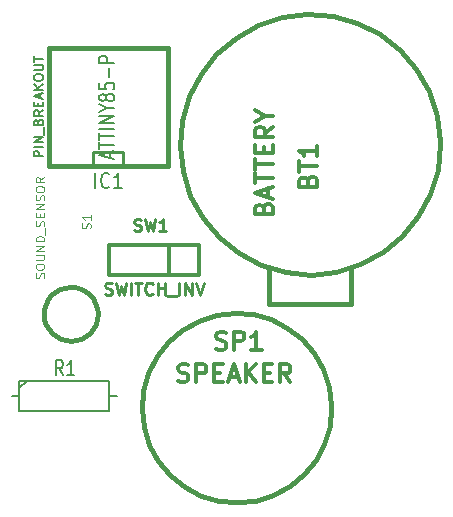
<source format=gto>
G04 (created by PCBNEW-RS274X (2012-apr-16-27)-stable) date Sun 23 Mar 2014 20:21:50 GMT*
G01*
G70*
G90*
%MOIN*%
G04 Gerber Fmt 3.4, Leading zero omitted, Abs format*
%FSLAX34Y34*%
G04 APERTURE LIST*
%ADD10C,0.006000*%
%ADD11C,0.015000*%
%ADD12C,0.005000*%
%ADD13C,0.010000*%
%ADD14C,0.012000*%
%ADD15C,0.008000*%
%ADD16C,0.004900*%
%ADD17C,0.007900*%
G04 APERTURE END LIST*
G54D10*
G54D11*
X61020Y-20595D02*
X61020Y-19395D01*
X61020Y-20595D02*
X63780Y-20595D01*
X63780Y-20595D02*
X63780Y-19395D01*
X66740Y-15275D02*
X66657Y-16117D01*
X66412Y-16928D01*
X66014Y-17676D01*
X65479Y-18333D01*
X64826Y-18873D01*
X64081Y-19275D01*
X63272Y-19526D01*
X62430Y-19614D01*
X61587Y-19538D01*
X60775Y-19298D01*
X60024Y-18906D01*
X59364Y-18375D01*
X58820Y-17726D01*
X58411Y-16984D01*
X58155Y-16177D01*
X58061Y-15335D01*
X58132Y-14492D01*
X58365Y-13678D01*
X58752Y-12924D01*
X59279Y-12261D01*
X59924Y-11712D01*
X60663Y-11298D01*
X61469Y-11037D01*
X62310Y-10936D01*
X63153Y-11001D01*
X63969Y-11229D01*
X64725Y-11611D01*
X65392Y-12133D01*
X65946Y-12774D01*
X66364Y-13510D01*
X66632Y-14314D01*
X66738Y-15154D01*
X66740Y-15275D01*
G54D12*
X52700Y-23400D02*
X52700Y-24150D01*
X52700Y-24150D02*
X55700Y-24150D01*
X55700Y-24150D02*
X55700Y-23150D01*
X55700Y-23150D02*
X52700Y-23150D01*
X52700Y-23150D02*
X52700Y-23400D01*
X52450Y-23650D02*
X52700Y-23650D01*
X55700Y-23650D02*
X55950Y-23650D01*
X52700Y-23400D02*
X52950Y-23150D01*
G54D11*
X57655Y-16005D02*
X53695Y-16005D01*
X53695Y-16005D02*
X53695Y-12045D01*
X53695Y-12045D02*
X57655Y-12045D01*
X57655Y-12045D02*
X57655Y-16005D01*
G54D13*
X55175Y-16025D02*
X55175Y-15525D01*
X55175Y-15525D02*
X56175Y-15525D01*
X56175Y-15525D02*
X56175Y-16025D01*
G54D14*
X58700Y-18625D02*
X58700Y-19625D01*
X58700Y-19625D02*
X55700Y-19625D01*
X55700Y-19625D02*
X55700Y-18625D01*
X55700Y-18625D02*
X58700Y-18625D01*
X57700Y-19625D02*
X57700Y-18625D01*
G54D11*
X63110Y-24050D02*
X63049Y-24663D01*
X62871Y-25254D01*
X62582Y-25798D01*
X62192Y-26276D01*
X61717Y-26669D01*
X61174Y-26963D01*
X60585Y-27145D01*
X59972Y-27209D01*
X59358Y-27154D01*
X58767Y-26979D01*
X58220Y-26694D01*
X57740Y-26307D01*
X57343Y-25835D01*
X57046Y-25294D01*
X56860Y-24707D01*
X56791Y-24094D01*
X56842Y-23480D01*
X57012Y-22887D01*
X57294Y-22339D01*
X57677Y-21855D01*
X58147Y-21456D01*
X58685Y-21155D01*
X59272Y-20964D01*
X59884Y-20891D01*
X60498Y-20939D01*
X61092Y-21104D01*
X61643Y-21382D01*
X62129Y-21762D01*
X62532Y-22229D01*
X62836Y-22765D01*
X63031Y-23350D01*
X63108Y-23962D01*
X63110Y-24050D01*
X55325Y-20925D02*
X55307Y-21099D01*
X55257Y-21267D01*
X55174Y-21423D01*
X55063Y-21559D01*
X54928Y-21671D01*
X54773Y-21754D01*
X54605Y-21806D01*
X54431Y-21824D01*
X54257Y-21809D01*
X54088Y-21759D01*
X53933Y-21678D01*
X53796Y-21568D01*
X53683Y-21433D01*
X53598Y-21279D01*
X53545Y-21112D01*
X53526Y-20937D01*
X53540Y-20763D01*
X53589Y-20594D01*
X53669Y-20438D01*
X53778Y-20300D01*
X53912Y-20186D01*
X54065Y-20101D01*
X54232Y-20046D01*
X54407Y-20026D01*
X54581Y-20039D01*
X54750Y-20086D01*
X54907Y-20166D01*
X55045Y-20274D01*
X55160Y-20407D01*
X55247Y-20559D01*
X55302Y-20726D01*
X55324Y-20900D01*
X55325Y-20925D01*
G54D14*
X62329Y-16496D02*
X62357Y-16410D01*
X62386Y-16382D01*
X62443Y-16353D01*
X62529Y-16353D01*
X62586Y-16382D01*
X62614Y-16410D01*
X62643Y-16468D01*
X62643Y-16696D01*
X62043Y-16696D01*
X62043Y-16496D01*
X62071Y-16439D01*
X62100Y-16410D01*
X62157Y-16382D01*
X62214Y-16382D01*
X62271Y-16410D01*
X62300Y-16439D01*
X62329Y-16496D01*
X62329Y-16696D01*
X62043Y-16182D02*
X62043Y-15839D01*
X62643Y-16010D02*
X62043Y-16010D01*
X62643Y-15325D02*
X62643Y-15668D01*
X62643Y-15496D02*
X62043Y-15496D01*
X62129Y-15553D01*
X62186Y-15611D01*
X62214Y-15668D01*
X60854Y-17399D02*
X60882Y-17313D01*
X60911Y-17285D01*
X60968Y-17256D01*
X61054Y-17256D01*
X61111Y-17285D01*
X61139Y-17313D01*
X61168Y-17371D01*
X61168Y-17599D01*
X60568Y-17599D01*
X60568Y-17399D01*
X60596Y-17342D01*
X60625Y-17313D01*
X60682Y-17285D01*
X60739Y-17285D01*
X60796Y-17313D01*
X60825Y-17342D01*
X60854Y-17399D01*
X60854Y-17599D01*
X60996Y-17028D02*
X60996Y-16742D01*
X61168Y-17085D02*
X60568Y-16885D01*
X61168Y-16685D01*
X60568Y-16571D02*
X60568Y-16228D01*
X61168Y-16399D02*
X60568Y-16399D01*
X60568Y-16114D02*
X60568Y-15771D01*
X61168Y-15942D02*
X60568Y-15942D01*
X60854Y-15571D02*
X60854Y-15371D01*
X61168Y-15285D02*
X61168Y-15571D01*
X60568Y-15571D01*
X60568Y-15285D01*
X61168Y-14685D02*
X60882Y-14885D01*
X61168Y-15028D02*
X60568Y-15028D01*
X60568Y-14800D01*
X60596Y-14742D01*
X60625Y-14714D01*
X60682Y-14685D01*
X60768Y-14685D01*
X60825Y-14714D01*
X60854Y-14742D01*
X60882Y-14800D01*
X60882Y-15028D01*
X60882Y-14314D02*
X61168Y-14314D01*
X60568Y-14514D02*
X60882Y-14314D01*
X60568Y-14114D01*
G54D10*
X54159Y-22977D02*
X54025Y-22739D01*
X53930Y-22977D02*
X53930Y-22477D01*
X54083Y-22477D01*
X54121Y-22501D01*
X54140Y-22525D01*
X54159Y-22573D01*
X54159Y-22644D01*
X54140Y-22692D01*
X54121Y-22715D01*
X54083Y-22739D01*
X53930Y-22739D01*
X54540Y-22977D02*
X54311Y-22977D01*
X54425Y-22977D02*
X54425Y-22477D01*
X54387Y-22549D01*
X54349Y-22596D01*
X54311Y-22620D01*
G54D15*
X55236Y-16727D02*
X55236Y-16227D01*
X55707Y-16680D02*
X55686Y-16704D01*
X55622Y-16727D01*
X55579Y-16727D01*
X55514Y-16704D01*
X55472Y-16656D01*
X55450Y-16608D01*
X55429Y-16513D01*
X55429Y-16442D01*
X55450Y-16346D01*
X55472Y-16299D01*
X55514Y-16251D01*
X55579Y-16227D01*
X55622Y-16227D01*
X55686Y-16251D01*
X55707Y-16275D01*
X56136Y-16727D02*
X55879Y-16727D01*
X56007Y-16727D02*
X56007Y-16227D01*
X55964Y-16299D01*
X55922Y-16346D01*
X55879Y-16370D01*
X55735Y-15730D02*
X55735Y-15539D01*
X55877Y-15768D02*
X55377Y-15635D01*
X55877Y-15501D01*
X55377Y-15425D02*
X55377Y-15196D01*
X55877Y-15311D02*
X55377Y-15311D01*
X55377Y-15120D02*
X55377Y-14891D01*
X55877Y-15006D02*
X55377Y-15006D01*
X55877Y-14758D02*
X55377Y-14758D01*
X55877Y-14568D02*
X55377Y-14568D01*
X55877Y-14339D01*
X55377Y-14339D01*
X55639Y-14073D02*
X55877Y-14073D01*
X55377Y-14206D02*
X55639Y-14073D01*
X55377Y-13939D01*
X55592Y-13749D02*
X55568Y-13787D01*
X55544Y-13806D01*
X55496Y-13825D01*
X55473Y-13825D01*
X55425Y-13806D01*
X55401Y-13787D01*
X55377Y-13749D01*
X55377Y-13672D01*
X55401Y-13634D01*
X55425Y-13615D01*
X55473Y-13596D01*
X55496Y-13596D01*
X55544Y-13615D01*
X55568Y-13634D01*
X55592Y-13672D01*
X55592Y-13749D01*
X55615Y-13787D01*
X55639Y-13806D01*
X55687Y-13825D01*
X55782Y-13825D01*
X55830Y-13806D01*
X55854Y-13787D01*
X55877Y-13749D01*
X55877Y-13672D01*
X55854Y-13634D01*
X55830Y-13615D01*
X55782Y-13596D01*
X55687Y-13596D01*
X55639Y-13615D01*
X55615Y-13634D01*
X55592Y-13672D01*
X55377Y-13234D02*
X55377Y-13425D01*
X55615Y-13444D01*
X55592Y-13425D01*
X55568Y-13387D01*
X55568Y-13291D01*
X55592Y-13253D01*
X55615Y-13234D01*
X55663Y-13215D01*
X55782Y-13215D01*
X55830Y-13234D01*
X55854Y-13253D01*
X55877Y-13291D01*
X55877Y-13387D01*
X55854Y-13425D01*
X55830Y-13444D01*
X55687Y-13044D02*
X55687Y-12739D01*
X55877Y-12549D02*
X55377Y-12549D01*
X55377Y-12396D01*
X55401Y-12358D01*
X55425Y-12339D01*
X55473Y-12320D01*
X55544Y-12320D01*
X55592Y-12339D01*
X55615Y-12358D01*
X55639Y-12396D01*
X55639Y-12549D01*
G54D13*
X56542Y-18143D02*
X56599Y-18162D01*
X56695Y-18162D01*
X56733Y-18143D01*
X56752Y-18124D01*
X56771Y-18086D01*
X56771Y-18048D01*
X56752Y-18010D01*
X56733Y-17990D01*
X56695Y-17971D01*
X56618Y-17952D01*
X56580Y-17933D01*
X56561Y-17914D01*
X56542Y-17876D01*
X56542Y-17838D01*
X56561Y-17800D01*
X56580Y-17781D01*
X56618Y-17762D01*
X56714Y-17762D01*
X56771Y-17781D01*
X56904Y-17762D02*
X56999Y-18162D01*
X57076Y-17876D01*
X57152Y-18162D01*
X57247Y-17762D01*
X57609Y-18162D02*
X57380Y-18162D01*
X57494Y-18162D02*
X57494Y-17762D01*
X57456Y-17819D01*
X57418Y-17857D01*
X57380Y-17876D01*
X55572Y-20268D02*
X55629Y-20287D01*
X55725Y-20287D01*
X55763Y-20268D01*
X55782Y-20249D01*
X55801Y-20211D01*
X55801Y-20173D01*
X55782Y-20135D01*
X55763Y-20115D01*
X55725Y-20096D01*
X55648Y-20077D01*
X55610Y-20058D01*
X55591Y-20039D01*
X55572Y-20001D01*
X55572Y-19963D01*
X55591Y-19925D01*
X55610Y-19906D01*
X55648Y-19887D01*
X55744Y-19887D01*
X55801Y-19906D01*
X55934Y-19887D02*
X56029Y-20287D01*
X56106Y-20001D01*
X56182Y-20287D01*
X56277Y-19887D01*
X56429Y-20287D02*
X56429Y-19887D01*
X56562Y-19887D02*
X56791Y-19887D01*
X56676Y-20287D02*
X56676Y-19887D01*
X57153Y-20249D02*
X57134Y-20268D01*
X57077Y-20287D01*
X57039Y-20287D01*
X56981Y-20268D01*
X56943Y-20230D01*
X56924Y-20192D01*
X56905Y-20115D01*
X56905Y-20058D01*
X56924Y-19982D01*
X56943Y-19944D01*
X56981Y-19906D01*
X57039Y-19887D01*
X57077Y-19887D01*
X57134Y-19906D01*
X57153Y-19925D01*
X57324Y-20287D02*
X57324Y-19887D01*
X57324Y-20077D02*
X57553Y-20077D01*
X57553Y-20287D02*
X57553Y-19887D01*
X57648Y-20325D02*
X57953Y-20325D01*
X58048Y-20287D02*
X58048Y-19887D01*
X58238Y-20287D02*
X58238Y-19887D01*
X58467Y-20287D01*
X58467Y-19887D01*
X58600Y-19887D02*
X58733Y-20287D01*
X58867Y-19887D01*
G54D14*
X59268Y-22089D02*
X59354Y-22118D01*
X59497Y-22118D01*
X59554Y-22089D01*
X59583Y-22061D01*
X59611Y-22004D01*
X59611Y-21946D01*
X59583Y-21889D01*
X59554Y-21861D01*
X59497Y-21832D01*
X59383Y-21804D01*
X59325Y-21775D01*
X59297Y-21746D01*
X59268Y-21689D01*
X59268Y-21632D01*
X59297Y-21575D01*
X59325Y-21546D01*
X59383Y-21518D01*
X59525Y-21518D01*
X59611Y-21546D01*
X59868Y-22118D02*
X59868Y-21518D01*
X60096Y-21518D01*
X60154Y-21546D01*
X60182Y-21575D01*
X60211Y-21632D01*
X60211Y-21718D01*
X60182Y-21775D01*
X60154Y-21804D01*
X60096Y-21832D01*
X59868Y-21832D01*
X60782Y-22118D02*
X60439Y-22118D01*
X60611Y-22118D02*
X60611Y-21518D01*
X60554Y-21604D01*
X60496Y-21661D01*
X60439Y-21689D01*
X58004Y-23164D02*
X58090Y-23193D01*
X58233Y-23193D01*
X58290Y-23164D01*
X58319Y-23136D01*
X58347Y-23079D01*
X58347Y-23021D01*
X58319Y-22964D01*
X58290Y-22936D01*
X58233Y-22907D01*
X58119Y-22879D01*
X58061Y-22850D01*
X58033Y-22821D01*
X58004Y-22764D01*
X58004Y-22707D01*
X58033Y-22650D01*
X58061Y-22621D01*
X58119Y-22593D01*
X58261Y-22593D01*
X58347Y-22621D01*
X58604Y-23193D02*
X58604Y-22593D01*
X58832Y-22593D01*
X58890Y-22621D01*
X58918Y-22650D01*
X58947Y-22707D01*
X58947Y-22793D01*
X58918Y-22850D01*
X58890Y-22879D01*
X58832Y-22907D01*
X58604Y-22907D01*
X59204Y-22879D02*
X59404Y-22879D01*
X59490Y-23193D02*
X59204Y-23193D01*
X59204Y-22593D01*
X59490Y-22593D01*
X59718Y-23021D02*
X60004Y-23021D01*
X59661Y-23193D02*
X59861Y-22593D01*
X60061Y-23193D01*
X60261Y-23193D02*
X60261Y-22593D01*
X60604Y-23193D02*
X60347Y-22850D01*
X60604Y-22593D02*
X60261Y-22936D01*
X60861Y-22879D02*
X61061Y-22879D01*
X61147Y-23193D02*
X60861Y-23193D01*
X60861Y-22593D01*
X61147Y-22593D01*
X61747Y-23193D02*
X61547Y-22907D01*
X61404Y-23193D02*
X61404Y-22593D01*
X61632Y-22593D01*
X61690Y-22621D01*
X61718Y-22650D01*
X61747Y-22707D01*
X61747Y-22793D01*
X61718Y-22850D01*
X61690Y-22879D01*
X61632Y-22907D01*
X61404Y-22907D01*
G54D16*
X55080Y-18075D02*
X55094Y-18033D01*
X55094Y-17962D01*
X55080Y-17934D01*
X55066Y-17920D01*
X55038Y-17906D01*
X55010Y-17906D01*
X54982Y-17920D01*
X54967Y-17934D01*
X54953Y-17962D01*
X54939Y-18019D01*
X54925Y-18047D01*
X54911Y-18061D01*
X54883Y-18075D01*
X54855Y-18075D01*
X54827Y-18061D01*
X54813Y-18047D01*
X54799Y-18019D01*
X54799Y-17948D01*
X54813Y-17906D01*
X55094Y-17625D02*
X55094Y-17794D01*
X55094Y-17710D02*
X54799Y-17710D01*
X54841Y-17738D01*
X54869Y-17766D01*
X54883Y-17794D01*
X53530Y-19729D02*
X53544Y-19687D01*
X53544Y-19616D01*
X53530Y-19588D01*
X53516Y-19574D01*
X53488Y-19560D01*
X53460Y-19560D01*
X53432Y-19574D01*
X53417Y-19588D01*
X53403Y-19616D01*
X53389Y-19673D01*
X53375Y-19701D01*
X53361Y-19715D01*
X53333Y-19729D01*
X53305Y-19729D01*
X53277Y-19715D01*
X53263Y-19701D01*
X53249Y-19673D01*
X53249Y-19602D01*
X53263Y-19560D01*
X53249Y-19378D02*
X53249Y-19321D01*
X53263Y-19293D01*
X53291Y-19265D01*
X53347Y-19251D01*
X53446Y-19251D01*
X53502Y-19265D01*
X53530Y-19293D01*
X53544Y-19321D01*
X53544Y-19378D01*
X53530Y-19406D01*
X53502Y-19434D01*
X53446Y-19448D01*
X53347Y-19448D01*
X53291Y-19434D01*
X53263Y-19406D01*
X53249Y-19378D01*
X53249Y-19125D02*
X53488Y-19125D01*
X53516Y-19111D01*
X53530Y-19097D01*
X53544Y-19069D01*
X53544Y-19012D01*
X53530Y-18984D01*
X53516Y-18970D01*
X53488Y-18956D01*
X53249Y-18956D01*
X53544Y-18816D02*
X53249Y-18816D01*
X53544Y-18647D01*
X53249Y-18647D01*
X53544Y-18507D02*
X53249Y-18507D01*
X53249Y-18437D01*
X53263Y-18394D01*
X53291Y-18366D01*
X53319Y-18352D01*
X53375Y-18338D01*
X53417Y-18338D01*
X53474Y-18352D01*
X53502Y-18366D01*
X53530Y-18394D01*
X53544Y-18437D01*
X53544Y-18507D01*
X53572Y-18282D02*
X53572Y-18057D01*
X53530Y-18001D02*
X53544Y-17959D01*
X53544Y-17888D01*
X53530Y-17860D01*
X53516Y-17846D01*
X53488Y-17832D01*
X53460Y-17832D01*
X53432Y-17846D01*
X53417Y-17860D01*
X53403Y-17888D01*
X53389Y-17945D01*
X53375Y-17973D01*
X53361Y-17987D01*
X53333Y-18001D01*
X53305Y-18001D01*
X53277Y-17987D01*
X53263Y-17973D01*
X53249Y-17945D01*
X53249Y-17874D01*
X53263Y-17832D01*
X53389Y-17706D02*
X53389Y-17607D01*
X53544Y-17565D02*
X53544Y-17706D01*
X53249Y-17706D01*
X53249Y-17565D01*
X53544Y-17439D02*
X53249Y-17439D01*
X53544Y-17270D01*
X53249Y-17270D01*
X53530Y-17144D02*
X53544Y-17102D01*
X53544Y-17031D01*
X53530Y-17003D01*
X53516Y-16989D01*
X53488Y-16975D01*
X53460Y-16975D01*
X53432Y-16989D01*
X53417Y-17003D01*
X53403Y-17031D01*
X53389Y-17088D01*
X53375Y-17116D01*
X53361Y-17130D01*
X53333Y-17144D01*
X53305Y-17144D01*
X53277Y-17130D01*
X53263Y-17116D01*
X53249Y-17088D01*
X53249Y-17017D01*
X53263Y-16975D01*
X53249Y-16793D02*
X53249Y-16736D01*
X53263Y-16708D01*
X53291Y-16680D01*
X53347Y-16666D01*
X53446Y-16666D01*
X53502Y-16680D01*
X53530Y-16708D01*
X53544Y-16736D01*
X53544Y-16793D01*
X53530Y-16821D01*
X53502Y-16849D01*
X53446Y-16863D01*
X53347Y-16863D01*
X53291Y-16849D01*
X53263Y-16821D01*
X53249Y-16793D01*
X53544Y-16371D02*
X53403Y-16470D01*
X53544Y-16540D02*
X53249Y-16540D01*
X53249Y-16427D01*
X53263Y-16399D01*
X53277Y-16385D01*
X53305Y-16371D01*
X53347Y-16371D01*
X53375Y-16385D01*
X53389Y-16399D01*
X53403Y-16427D01*
X53403Y-16540D01*
G54D17*
X53502Y-15667D02*
X53187Y-15667D01*
X53187Y-15547D01*
X53202Y-15517D01*
X53217Y-15502D01*
X53247Y-15487D01*
X53292Y-15487D01*
X53322Y-15502D01*
X53337Y-15517D01*
X53352Y-15547D01*
X53352Y-15667D01*
X53502Y-15352D02*
X53187Y-15352D01*
X53502Y-15202D02*
X53187Y-15202D01*
X53502Y-15022D01*
X53187Y-15022D01*
X53532Y-14947D02*
X53532Y-14707D01*
X53337Y-14527D02*
X53352Y-14482D01*
X53367Y-14467D01*
X53397Y-14452D01*
X53442Y-14452D01*
X53472Y-14467D01*
X53487Y-14482D01*
X53502Y-14512D01*
X53502Y-14632D01*
X53187Y-14632D01*
X53187Y-14527D01*
X53202Y-14497D01*
X53217Y-14482D01*
X53247Y-14467D01*
X53277Y-14467D01*
X53307Y-14482D01*
X53322Y-14497D01*
X53337Y-14527D01*
X53337Y-14632D01*
X53502Y-14137D02*
X53352Y-14242D01*
X53502Y-14317D02*
X53187Y-14317D01*
X53187Y-14197D01*
X53202Y-14167D01*
X53217Y-14152D01*
X53247Y-14137D01*
X53292Y-14137D01*
X53322Y-14152D01*
X53337Y-14167D01*
X53352Y-14197D01*
X53352Y-14317D01*
X53337Y-14002D02*
X53337Y-13897D01*
X53502Y-13852D02*
X53502Y-14002D01*
X53187Y-14002D01*
X53187Y-13852D01*
X53412Y-13732D02*
X53412Y-13582D01*
X53502Y-13762D02*
X53187Y-13657D01*
X53502Y-13552D01*
X53502Y-13447D02*
X53187Y-13447D01*
X53502Y-13267D02*
X53322Y-13402D01*
X53187Y-13267D02*
X53367Y-13447D01*
X53187Y-13072D02*
X53187Y-13012D01*
X53202Y-12982D01*
X53232Y-12952D01*
X53292Y-12937D01*
X53397Y-12937D01*
X53457Y-12952D01*
X53487Y-12982D01*
X53502Y-13012D01*
X53502Y-13072D01*
X53487Y-13102D01*
X53457Y-13132D01*
X53397Y-13147D01*
X53292Y-13147D01*
X53232Y-13132D01*
X53202Y-13102D01*
X53187Y-13072D01*
X53187Y-12802D02*
X53442Y-12802D01*
X53472Y-12787D01*
X53487Y-12772D01*
X53502Y-12742D01*
X53502Y-12682D01*
X53487Y-12652D01*
X53472Y-12637D01*
X53442Y-12622D01*
X53187Y-12622D01*
X53187Y-12517D02*
X53187Y-12337D01*
X53502Y-12427D02*
X53187Y-12427D01*
M02*

</source>
